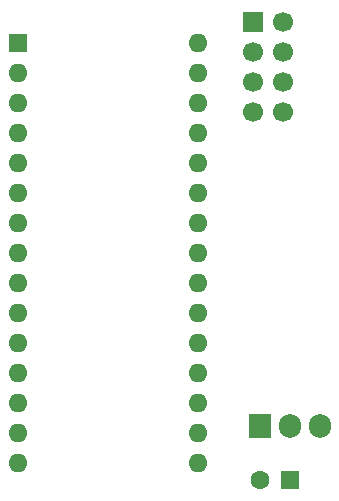
<source format=gbr>
%TF.GenerationSoftware,KiCad,Pcbnew,8.0.2*%
%TF.CreationDate,2024-05-05T23:20:41+02:00*%
%TF.ProjectId,arduino_nrf24_oled,61726475-696e-46f5-9f6e-726632345f6f,rev?*%
%TF.SameCoordinates,Original*%
%TF.FileFunction,Copper,L2,Bot*%
%TF.FilePolarity,Positive*%
%FSLAX46Y46*%
G04 Gerber Fmt 4.6, Leading zero omitted, Abs format (unit mm)*
G04 Created by KiCad (PCBNEW 8.0.2) date 2024-05-05 23:20:41*
%MOMM*%
%LPD*%
G01*
G04 APERTURE LIST*
%TA.AperFunction,ComponentPad*%
%ADD10R,1.600000X1.600000*%
%TD*%
%TA.AperFunction,ComponentPad*%
%ADD11C,1.600000*%
%TD*%
%TA.AperFunction,ComponentPad*%
%ADD12O,1.600000X1.600000*%
%TD*%
%TA.AperFunction,ComponentPad*%
%ADD13R,1.905000X2.000000*%
%TD*%
%TA.AperFunction,ComponentPad*%
%ADD14O,1.905000X2.000000*%
%TD*%
%TA.AperFunction,ComponentPad*%
%ADD15R,1.700000X1.700000*%
%TD*%
%TA.AperFunction,ComponentPad*%
%ADD16C,1.700000*%
%TD*%
G04 APERTURE END LIST*
D10*
%TO.P,C1,1*%
%TO.N,Net-(U1-VCC)*%
X121234200Y-79506200D03*
D11*
%TO.P,C1,2*%
%TO.N,Net-(U1-GND)*%
X118734200Y-79506200D03*
%TD*%
D10*
%TO.P,A1,1,D1/TX*%
%TO.N,unconnected-(A1-D1{slash}TX-Pad1)*%
X98184200Y-42556200D03*
D12*
%TO.P,A1,2,D0/RX*%
%TO.N,unconnected-(A1-D0{slash}RX-Pad2)*%
X98184200Y-45096200D03*
%TO.P,A1,3,~{RESET}*%
%TO.N,unconnected-(A1-~{RESET}-Pad3)*%
X98184200Y-47636200D03*
%TO.P,A1,4,GND*%
%TO.N,unconnected-(A1-GND-Pad4)*%
X98184200Y-50176200D03*
%TO.P,A1,5,D2*%
%TO.N,unconnected-(A1-D2-Pad5)*%
X98184200Y-52716200D03*
%TO.P,A1,6,D3*%
%TO.N,unconnected-(A1-D3-Pad6)*%
X98184200Y-55256200D03*
%TO.P,A1,7,D4*%
%TO.N,unconnected-(A1-D4-Pad7)*%
X98184200Y-57796200D03*
%TO.P,A1,8,D5*%
%TO.N,unconnected-(A1-D5-Pad8)*%
X98184200Y-60336200D03*
%TO.P,A1,9,D6*%
%TO.N,unconnected-(A1-D6-Pad9)*%
X98184200Y-62876200D03*
%TO.P,A1,10,D7*%
%TO.N,unconnected-(A1-D7-Pad10)*%
X98184200Y-65416200D03*
%TO.P,A1,11,D8*%
%TO.N,Net-(A1-D8)*%
X98184200Y-67956200D03*
%TO.P,A1,12,D9*%
%TO.N,Net-(A1-D9)*%
X98184200Y-70496200D03*
%TO.P,A1,13,D10*%
%TO.N,unconnected-(A1-D10-Pad13)*%
X98184200Y-73036200D03*
%TO.P,A1,14,D11*%
%TO.N,Net-(A1-D11)*%
X98184200Y-75576200D03*
%TO.P,A1,15,D12*%
%TO.N,Net-(A1-D12)*%
X98184200Y-78116200D03*
%TO.P,A1,16,D13*%
%TO.N,Net-(A1-D13)*%
X113424200Y-78116200D03*
%TO.P,A1,17,3V3*%
%TO.N,unconnected-(A1-3V3-Pad17)*%
X113424200Y-75576200D03*
%TO.P,A1,18,AREF*%
%TO.N,unconnected-(A1-AREF-Pad18)*%
X113424200Y-73036200D03*
%TO.P,A1,19,A0*%
%TO.N,unconnected-(A1-A0-Pad19)*%
X113424200Y-70496200D03*
%TO.P,A1,20,A1*%
%TO.N,unconnected-(A1-A1-Pad20)*%
X113424200Y-67956200D03*
%TO.P,A1,21,A2*%
%TO.N,unconnected-(A1-A2-Pad21)*%
X113424200Y-65416200D03*
%TO.P,A1,22,A3*%
%TO.N,unconnected-(A1-A3-Pad22)*%
X113424200Y-62876200D03*
%TO.P,A1,23,A4*%
%TO.N,unconnected-(A1-A4-Pad23)*%
X113424200Y-60336200D03*
%TO.P,A1,24,A5*%
%TO.N,unconnected-(A1-A5-Pad24)*%
X113424200Y-57796200D03*
%TO.P,A1,25,A6*%
%TO.N,unconnected-(A1-A6-Pad25)*%
X113424200Y-55256200D03*
%TO.P,A1,26,A7*%
%TO.N,unconnected-(A1-A7-Pad26)*%
X113424200Y-52716200D03*
%TO.P,A1,27,+5V*%
%TO.N,Net-(A1-+5V)*%
X113424200Y-50176200D03*
%TO.P,A1,28,~{RESET}*%
%TO.N,unconnected-(A1-~{RESET}-Pad28)*%
X113424200Y-47636200D03*
%TO.P,A1,29,GND*%
%TO.N,Net-(U1-GND)*%
X113424200Y-45096200D03*
%TO.P,A1,30,VIN*%
%TO.N,unconnected-(A1-VIN-Pad30)*%
X113424200Y-42556200D03*
%TD*%
D13*
%TO.P,U2,1,GND*%
%TO.N,Net-(U1-GND)*%
X118694200Y-75006200D03*
D14*
%TO.P,U2,2,VO*%
%TO.N,Net-(U1-VCC)*%
X121234200Y-75006200D03*
%TO.P,U2,3,VI*%
%TO.N,Net-(A1-+5V)*%
X123774200Y-75006200D03*
%TD*%
D15*
%TO.P,NRF24l01,1,GND*%
%TO.N,Net-(U1-GND)*%
X118155200Y-40746200D03*
D16*
%TO.P,NRF24l01,2,VCC*%
%TO.N,Net-(U1-VCC)*%
X120695200Y-40746200D03*
%TO.P,NRF24l01,3,CE*%
%TO.N,Net-(A1-D8)*%
X118155200Y-43286200D03*
%TO.P,NRF24l01,4,~{CSN}*%
%TO.N,Net-(A1-D9)*%
X120695200Y-43286200D03*
%TO.P,NRF24l01,5,SCK*%
%TO.N,Net-(A1-D13)*%
X118155200Y-45826200D03*
%TO.P,NRF24l01,6,MOSI*%
%TO.N,Net-(A1-D11)*%
X120695200Y-45826200D03*
%TO.P,NRF24l01,7,MISO*%
%TO.N,Net-(A1-D12)*%
X118155200Y-48366200D03*
%TO.P,NRF24l01,8,IRQ*%
%TO.N,unconnected-(U1-IRQ-Pad8)*%
X120695200Y-48366200D03*
%TD*%
M02*

</source>
